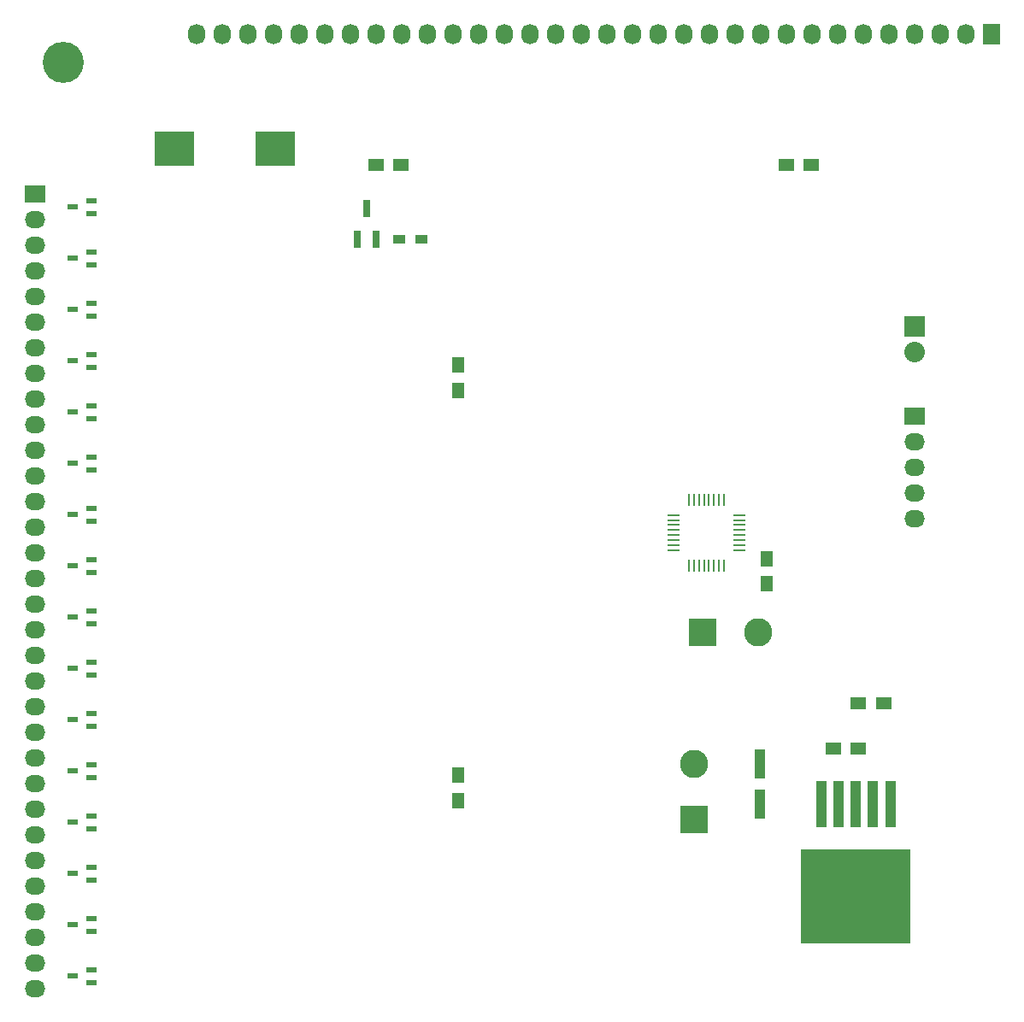
<source format=gbs>
G04 #@! TF.FileFunction,Soldermask,Bot*
%FSLAX46Y46*%
G04 Gerber Fmt 4.6, Leading zero omitted, Abs format (unit mm)*
G04 Created by KiCad (PCBNEW 4.0.2+dfsg1-stable) date dim. 24 sept. 2017 10:50:26 CEST*
%MOMM*%
G01*
G04 APERTURE LIST*
%ADD10C,0.100000*%
%ADD11R,2.800000X2.800000*%
%ADD12C,2.800000*%
%ADD13R,1.250000X1.500000*%
%ADD14R,1.500000X1.250000*%
%ADD15R,2.032000X1.727200*%
%ADD16O,2.032000X1.727200*%
%ADD17R,2.032000X2.032000*%
%ADD18O,2.032000X2.032000*%
%ADD19R,0.800100X1.800860*%
%ADD20R,4.000000X3.400000*%
%ADD21R,1.200000X0.900000*%
%ADD22R,0.280000X1.200000*%
%ADD23R,1.200000X0.280000*%
%ADD24R,1.727200X2.032000*%
%ADD25O,1.727200X2.032000*%
%ADD26R,1.000760X0.599440*%
%ADD27R,1.000000X3.000000*%
%ADD28R,1.100000X4.600000*%
%ADD29R,10.800000X9.400000*%
%ADD30C,4.064000*%
G04 APERTURE END LIST*
D10*
D11*
X170000000Y-136500000D03*
D12*
X170000000Y-131000000D03*
D13*
X146558000Y-134600000D03*
X146558000Y-132100000D03*
X146558000Y-93960000D03*
X146558000Y-91460000D03*
X177165000Y-110637000D03*
X177165000Y-113137000D03*
D14*
X183750000Y-129500000D03*
X186250000Y-129500000D03*
X188750000Y-125000000D03*
X186250000Y-125000000D03*
X179090000Y-71628000D03*
X181590000Y-71628000D03*
X138450000Y-71628000D03*
X140950000Y-71628000D03*
D15*
X104648000Y-74549000D03*
D16*
X104648000Y-77089000D03*
X104648000Y-79629000D03*
X104648000Y-82169000D03*
X104648000Y-84709000D03*
X104648000Y-87249000D03*
X104648000Y-89789000D03*
X104648000Y-92329000D03*
X104648000Y-94869000D03*
X104648000Y-97409000D03*
X104648000Y-99949000D03*
X104648000Y-102489000D03*
X104648000Y-105029000D03*
X104648000Y-107569000D03*
X104648000Y-110109000D03*
X104648000Y-112649000D03*
X104648000Y-115189000D03*
X104648000Y-117729000D03*
X104648000Y-120269000D03*
X104648000Y-122809000D03*
X104648000Y-125349000D03*
X104648000Y-127889000D03*
X104648000Y-130429000D03*
X104648000Y-132969000D03*
X104648000Y-135509000D03*
X104648000Y-138049000D03*
X104648000Y-140589000D03*
X104648000Y-143129000D03*
X104648000Y-145669000D03*
X104648000Y-148209000D03*
X104648000Y-150749000D03*
X104648000Y-153289000D03*
D15*
X191770000Y-96520000D03*
D16*
X191770000Y-99060000D03*
X191770000Y-101600000D03*
X191770000Y-104140000D03*
X191770000Y-106680000D03*
D17*
X191770000Y-87630000D03*
D18*
X191770000Y-90170000D03*
D11*
X170815000Y-117983000D03*
D12*
X176315000Y-117983000D03*
D19*
X138491000Y-78971140D03*
X136591000Y-78971140D03*
X137541000Y-75968860D03*
D20*
X118500000Y-70000000D03*
X128500000Y-70000000D03*
D21*
X140759000Y-78994000D03*
X142959000Y-78994000D03*
D22*
X172946000Y-111327000D03*
X172446000Y-111327000D03*
X171946000Y-111327000D03*
X171446000Y-111327000D03*
X170946000Y-111327000D03*
X170446000Y-111327000D03*
X169946000Y-111327000D03*
X169446000Y-111327000D03*
D23*
X167946000Y-109827000D03*
X167946000Y-109327000D03*
X167946000Y-108827000D03*
X167946000Y-108327000D03*
X167946000Y-107827000D03*
X167946000Y-107327000D03*
X167946000Y-106827000D03*
X167946000Y-106327000D03*
D22*
X169446000Y-104827000D03*
X169946000Y-104827000D03*
X170446000Y-104827000D03*
X170946000Y-104827000D03*
X171446000Y-104827000D03*
X171946000Y-104827000D03*
X172446000Y-104827000D03*
X172946000Y-104827000D03*
D23*
X174446000Y-106327000D03*
X174446000Y-106827000D03*
X174446000Y-107327000D03*
X174446000Y-107827000D03*
X174446000Y-108327000D03*
X174446000Y-108827000D03*
X174446000Y-109327000D03*
X174446000Y-109827000D03*
D24*
X199390000Y-58674000D03*
D25*
X196850000Y-58674000D03*
X194310000Y-58674000D03*
X191770000Y-58674000D03*
X189230000Y-58674000D03*
X186690000Y-58674000D03*
X184150000Y-58674000D03*
X181610000Y-58674000D03*
X179070000Y-58674000D03*
X176530000Y-58674000D03*
X173990000Y-58674000D03*
X171450000Y-58674000D03*
X168910000Y-58674000D03*
X166370000Y-58674000D03*
X163830000Y-58674000D03*
X161290000Y-58674000D03*
X158750000Y-58674000D03*
X156210000Y-58674000D03*
X153670000Y-58674000D03*
X151130000Y-58674000D03*
X148590000Y-58674000D03*
X146050000Y-58674000D03*
X143510000Y-58674000D03*
X140970000Y-58674000D03*
X138430000Y-58674000D03*
X135890000Y-58674000D03*
X133350000Y-58674000D03*
X130810000Y-58674000D03*
X128270000Y-58674000D03*
X125730000Y-58674000D03*
X123190000Y-58674000D03*
X120650000Y-58674000D03*
D26*
X110296960Y-76469240D03*
X110296960Y-75168760D03*
X108397040Y-75819000D03*
X110296960Y-81549240D03*
X110296960Y-80248760D03*
X108397040Y-80899000D03*
X110296960Y-86629240D03*
X110296960Y-85328760D03*
X108397040Y-85979000D03*
X110296960Y-91709240D03*
X110296960Y-90408760D03*
X108397040Y-91059000D03*
X110296960Y-96789240D03*
X110296960Y-95488760D03*
X108397040Y-96139000D03*
X110296960Y-101869240D03*
X110296960Y-100568760D03*
X108397040Y-101219000D03*
X110296960Y-106949240D03*
X110296960Y-105648760D03*
X108397040Y-106299000D03*
X110296960Y-112029240D03*
X110296960Y-110728760D03*
X108397040Y-111379000D03*
X110296960Y-117109240D03*
X110296960Y-115808760D03*
X108397040Y-116459000D03*
X110296960Y-122189240D03*
X110296960Y-120888760D03*
X108397040Y-121539000D03*
X110296960Y-127269240D03*
X110296960Y-125968760D03*
X108397040Y-126619000D03*
X110296960Y-132349240D03*
X110296960Y-131048760D03*
X108397040Y-131699000D03*
X110296960Y-137429240D03*
X110296960Y-136128760D03*
X108397040Y-136779000D03*
X110296960Y-142509240D03*
X110296960Y-141208760D03*
X108397040Y-141859000D03*
X110296960Y-147589240D03*
X110296960Y-146288760D03*
X108397040Y-146939000D03*
X110296960Y-152669240D03*
X110296960Y-151368760D03*
X108397040Y-152019000D03*
D27*
X176500000Y-135000000D03*
X176500000Y-131000000D03*
D28*
X189400000Y-135000000D03*
X187700000Y-135000000D03*
X184300000Y-135000000D03*
D29*
X186000000Y-144150000D03*
D28*
X186000000Y-135000000D03*
X182600000Y-135000000D03*
D30*
X107500000Y-61500000D03*
M02*

</source>
